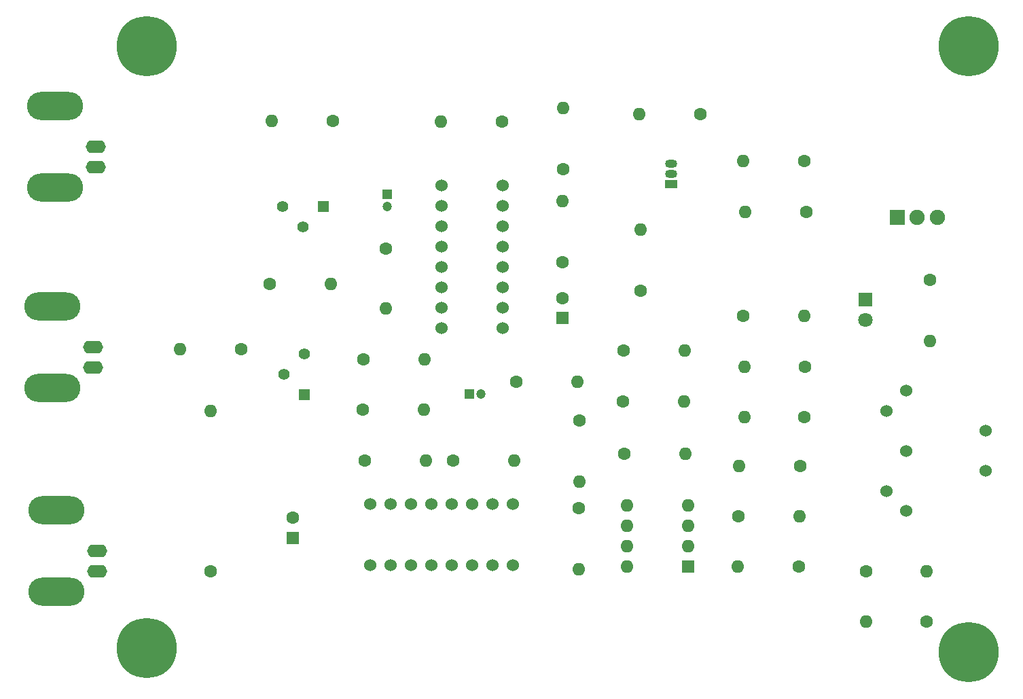
<source format=gbs>
%TF.GenerationSoftware,KiCad,Pcbnew,7.0.11-7.0.11~ubuntu22.04.1*%
%TF.CreationDate,2025-04-22T14:20:39+02:00*%
%TF.ProjectId,emulator-pcb,656d756c-6174-46f7-922d-7063622e6b69,v02*%
%TF.SameCoordinates,Original*%
%TF.FileFunction,Soldermask,Bot*%
%TF.FilePolarity,Negative*%
%FSLAX46Y46*%
G04 Gerber Fmt 4.6, Leading zero omitted, Abs format (unit mm)*
G04 Created by KiCad (PCBNEW 7.0.11-7.0.11~ubuntu22.04.1) date 2025-04-22 14:20:39*
%MOMM*%
%LPD*%
G01*
G04 APERTURE LIST*
%ADD10C,1.600000*%
%ADD11O,1.600000X1.600000*%
%ADD12R,1.400000X1.400000*%
%ADD13C,1.400000*%
%ADD14C,1.524000*%
%ADD15R,1.900000X1.900000*%
%ADD16C,1.900000*%
%ADD17O,2.500000X1.600000*%
%ADD18O,7.000000X3.500000*%
%ADD19R,1.800000X1.800000*%
%ADD20C,1.800000*%
%ADD21R,1.200000X1.200000*%
%ADD22C,1.200000*%
%ADD23R,1.600000X1.600000*%
%ADD24C,7.500000*%
%ADD25R,1.500000X1.050000*%
%ADD26O,1.500000X1.050000*%
G04 APERTURE END LIST*
D10*
%TO.C,R22*%
X179250000Y-133900000D03*
D11*
X171630000Y-133900000D03*
%TD*%
D12*
%TO.C,RV1*%
X117600000Y-112490000D03*
D13*
X115060000Y-109950000D03*
X117600000Y-107410000D03*
%TD*%
D14*
%TO.C,U3*%
X134700000Y-86420000D03*
X134700000Y-88960000D03*
X134700000Y-91500000D03*
X134700000Y-94040000D03*
X134700000Y-96580000D03*
X134700000Y-99120000D03*
X134700000Y-101660000D03*
X134700000Y-104200000D03*
X142320000Y-104200000D03*
X142320000Y-101660000D03*
X142320000Y-99120000D03*
X142320000Y-96580000D03*
X142320000Y-94040000D03*
X142320000Y-91500000D03*
X142320000Y-88960000D03*
X142320000Y-86420000D03*
%TD*%
D10*
%TO.C,R20*%
X149850000Y-84410000D03*
D11*
X149850000Y-76790000D03*
%TD*%
D15*
%TO.C,S1*%
X191500000Y-90400000D03*
D16*
X194000000Y-90400000D03*
X196500000Y-90400000D03*
%TD*%
D17*
%TO.C,J3*%
X91650000Y-81600000D03*
D18*
X86570000Y-86680000D03*
D17*
X91650000Y-84140000D03*
D18*
X86570000Y-76520000D03*
%TD*%
D10*
%TO.C,C7*%
X179950000Y-115250000D03*
D11*
X172450000Y-115250000D03*
%TD*%
D10*
%TO.C,C10*%
X195150000Y-140750000D03*
D11*
X187650000Y-140750000D03*
%TD*%
D10*
%TO.C,R21*%
X157480000Y-119850000D03*
D11*
X165100000Y-119850000D03*
%TD*%
D10*
%TO.C,R7*%
X151900000Y-115690000D03*
D11*
X151900000Y-123310000D03*
%TD*%
D10*
%TO.C,R1*%
X179400000Y-121350000D03*
D11*
X171780000Y-121350000D03*
%TD*%
D10*
%TO.C,C5*%
X127800000Y-94250000D03*
D11*
X127800000Y-101750000D03*
%TD*%
D10*
%TO.C,R10*%
X172340000Y-102650000D03*
D11*
X179960000Y-102650000D03*
%TD*%
D10*
%TO.C,R2*%
X143990000Y-110850000D03*
D11*
X151610000Y-110850000D03*
%TD*%
D10*
%TO.C,R23*%
X167010000Y-77500000D03*
D11*
X159390000Y-77500000D03*
%TD*%
D10*
%TO.C,R5*%
X157340000Y-113300000D03*
D11*
X164960000Y-113300000D03*
%TD*%
D10*
%TO.C,R17*%
X125130000Y-120700000D03*
D11*
X132750000Y-120700000D03*
%TD*%
D19*
%TO.C,D1*%
X187550000Y-100650000D03*
D20*
X187550000Y-103190000D03*
%TD*%
D10*
%TO.C,R25*%
X159500000Y-99510000D03*
D11*
X159500000Y-91890000D03*
%TD*%
D12*
%TO.C,RV2*%
X120013000Y-89069000D03*
D13*
X117473000Y-91609000D03*
X114933000Y-89069000D03*
%TD*%
D21*
%TO.C,C8*%
X138150000Y-112450000D03*
D22*
X139650000Y-112450000D03*
%TD*%
D10*
%TO.C,C1*%
X105900000Y-134550000D03*
D11*
X105900000Y-114550000D03*
%TD*%
D10*
%TO.C,R8*%
X121150000Y-78400000D03*
D11*
X113530000Y-78400000D03*
%TD*%
D10*
%TO.C,R24*%
X179900000Y-83350000D03*
D11*
X172280000Y-83350000D03*
%TD*%
D10*
%TO.C,C9*%
X187650000Y-134500000D03*
D11*
X195150000Y-134500000D03*
%TD*%
D23*
%TO.C,C2*%
X116150000Y-130350000D03*
D10*
X116150000Y-127850000D03*
%TD*%
D14*
%TO.C,U2*%
X143620000Y-126150000D03*
X141080000Y-126150000D03*
X138540000Y-126150000D03*
X136000000Y-126150000D03*
X133460000Y-126150000D03*
X130920000Y-126150000D03*
X128380000Y-126150000D03*
X125840000Y-126150000D03*
X125840000Y-133770000D03*
X128380000Y-133770000D03*
X130920000Y-133770000D03*
X133460000Y-133770000D03*
X136000000Y-133770000D03*
X138540000Y-133770000D03*
X141080000Y-133770000D03*
X143620000Y-133770000D03*
%TD*%
D10*
%TO.C,R4*%
X109760000Y-106800000D03*
D11*
X102140000Y-106800000D03*
%TD*%
D10*
%TO.C,R27*%
X195600000Y-98190000D03*
D11*
X195600000Y-105810000D03*
%TD*%
D10*
%TO.C,C3*%
X180000000Y-109050000D03*
D11*
X172500000Y-109050000D03*
%TD*%
D10*
%TO.C,R26*%
X180160000Y-89700000D03*
D11*
X172540000Y-89700000D03*
%TD*%
D17*
%TO.C,J2*%
X91830000Y-131930000D03*
D18*
X86750000Y-137010000D03*
D17*
X91830000Y-134470000D03*
D18*
X86750000Y-126850000D03*
%TD*%
D24*
%TO.C,Mount3*%
X200450000Y-144600000D03*
%TD*%
D10*
%TO.C,R19*%
X149800000Y-95970000D03*
D11*
X149800000Y-88350000D03*
%TD*%
D21*
%TO.C,C4*%
X127950000Y-87527401D03*
D22*
X127950000Y-89027401D03*
%TD*%
D24*
%TO.C,Mount1*%
X98000000Y-69100000D03*
%TD*%
D10*
%TO.C,R9*%
X151850000Y-126640000D03*
D11*
X151850000Y-134260000D03*
%TD*%
D10*
%TO.C,R16*%
X113330000Y-98700000D03*
D11*
X120950000Y-98700000D03*
%TD*%
D17*
%TO.C,J1*%
X91300000Y-106600000D03*
D18*
X86220000Y-111680000D03*
D17*
X91300000Y-109140000D03*
D18*
X86220000Y-101520000D03*
%TD*%
D10*
%TO.C,R13*%
X171690000Y-127650000D03*
D11*
X179310000Y-127650000D03*
%TD*%
D10*
%TO.C,R3*%
X124880000Y-114350000D03*
D11*
X132500000Y-114350000D03*
%TD*%
D23*
%TO.C,U1*%
X165450000Y-133950000D03*
D11*
X165450000Y-131410000D03*
X165450000Y-128870000D03*
X165450000Y-126330000D03*
X157830000Y-126330000D03*
X157830000Y-128870000D03*
X157830000Y-131410000D03*
X157830000Y-133950000D03*
%TD*%
D25*
%TO.C,Q1*%
X163300000Y-86240000D03*
D26*
X163300000Y-84970000D03*
X163300000Y-83700000D03*
%TD*%
D24*
%TO.C,Mount2*%
X200450000Y-69100000D03*
%TD*%
D10*
%TO.C,R6*%
X142210000Y-78500000D03*
D11*
X134590000Y-78500000D03*
%TD*%
D10*
%TO.C,R15*%
X124940000Y-108100000D03*
D11*
X132560000Y-108100000D03*
%TD*%
D10*
%TO.C,R14*%
X157380000Y-107000000D03*
D11*
X165000000Y-107000000D03*
%TD*%
D14*
%TO.C,J4*%
X202550000Y-117000000D03*
X202550000Y-122000000D03*
X192649994Y-111999990D03*
X192649994Y-119500000D03*
X192649994Y-127000010D03*
X190149994Y-114500010D03*
X190149994Y-124499990D03*
%TD*%
D10*
%TO.C,R18*%
X136140000Y-120700000D03*
D11*
X143760000Y-120700000D03*
%TD*%
D23*
%TO.C,C6*%
X149800000Y-102960000D03*
D10*
X149800000Y-100460000D03*
%TD*%
D24*
%TO.C,Mount4*%
X98000000Y-144100000D03*
%TD*%
M02*

</source>
